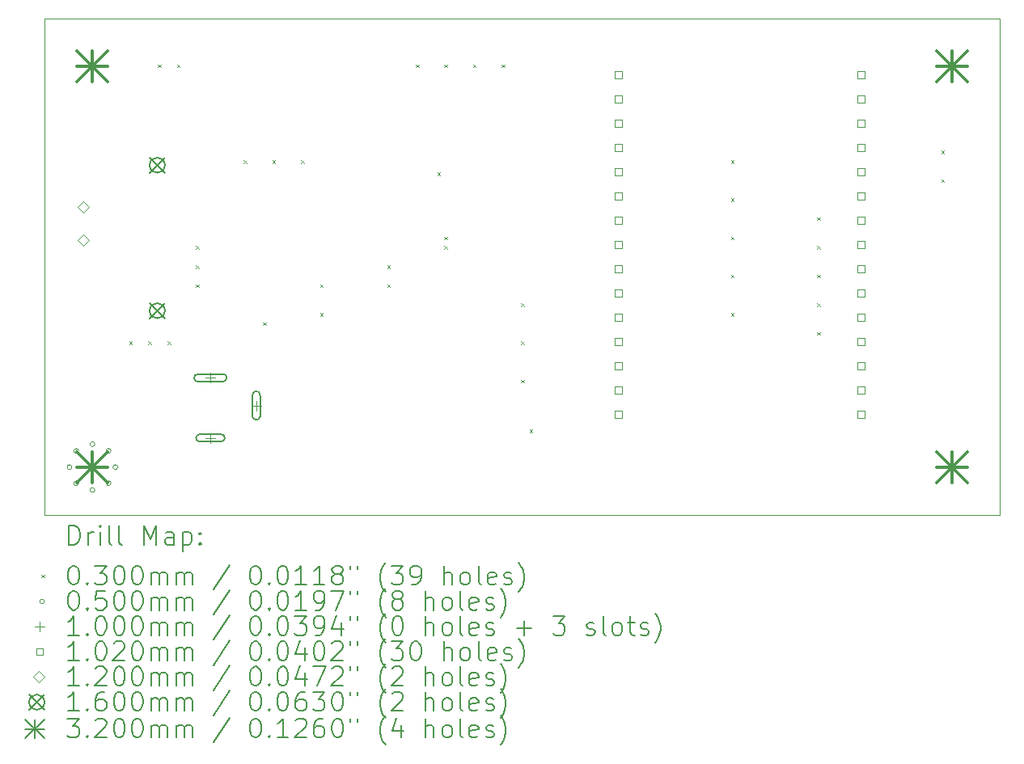
<source format=gbr>
%FSLAX45Y45*%
G04 Gerber Fmt 4.5, Leading zero omitted, Abs format (unit mm)*
G04 Created by KiCad (PCBNEW (6.0.5)) date 2022-06-11 17:52:53*
%MOMM*%
%LPD*%
G01*
G04 APERTURE LIST*
%TA.AperFunction,Profile*%
%ADD10C,0.038100*%
%TD*%
%ADD11C,0.200000*%
%ADD12C,0.030000*%
%ADD13C,0.050000*%
%ADD14C,0.100000*%
%ADD15C,0.102000*%
%ADD16C,0.120000*%
%ADD17C,0.160000*%
%ADD18C,0.320000*%
G04 APERTURE END LIST*
D10*
X7000000Y-15000000D02*
X17000000Y-15000000D01*
X17000000Y-15000000D02*
X17000000Y-9800000D01*
X17000000Y-9800000D02*
X7000000Y-9800000D01*
X7000000Y-9800000D02*
X7000000Y-15000000D01*
D11*
D12*
X7885000Y-13185000D02*
X7915000Y-13215000D01*
X7915000Y-13185000D02*
X7885000Y-13215000D01*
X8085000Y-13185000D02*
X8115000Y-13215000D01*
X8115000Y-13185000D02*
X8085000Y-13215000D01*
X8185000Y-10285000D02*
X8215000Y-10315000D01*
X8215000Y-10285000D02*
X8185000Y-10315000D01*
X8285000Y-13185000D02*
X8315000Y-13215000D01*
X8315000Y-13185000D02*
X8285000Y-13215000D01*
X8385000Y-10285000D02*
X8415000Y-10315000D01*
X8415000Y-10285000D02*
X8385000Y-10315000D01*
X8585000Y-12185000D02*
X8615000Y-12215000D01*
X8615000Y-12185000D02*
X8585000Y-12215000D01*
X8585000Y-12385000D02*
X8615000Y-12415000D01*
X8615000Y-12385000D02*
X8585000Y-12415000D01*
X8585000Y-12585000D02*
X8615000Y-12615000D01*
X8615000Y-12585000D02*
X8585000Y-12615000D01*
X9085000Y-11285000D02*
X9115000Y-11315000D01*
X9115000Y-11285000D02*
X9085000Y-11315000D01*
X9285000Y-12985000D02*
X9315000Y-13015000D01*
X9315000Y-12985000D02*
X9285000Y-13015000D01*
X9385000Y-11285000D02*
X9415000Y-11315000D01*
X9415000Y-11285000D02*
X9385000Y-11315000D01*
X9685000Y-11285000D02*
X9715000Y-11315000D01*
X9715000Y-11285000D02*
X9685000Y-11315000D01*
X9885000Y-12585000D02*
X9915000Y-12615000D01*
X9915000Y-12585000D02*
X9885000Y-12615000D01*
X9885000Y-12885000D02*
X9915000Y-12915000D01*
X9915000Y-12885000D02*
X9885000Y-12915000D01*
X10585000Y-12385000D02*
X10615000Y-12415000D01*
X10615000Y-12385000D02*
X10585000Y-12415000D01*
X10585000Y-12585000D02*
X10615000Y-12615000D01*
X10615000Y-12585000D02*
X10585000Y-12615000D01*
X10885000Y-10285000D02*
X10915000Y-10315000D01*
X10915000Y-10285000D02*
X10885000Y-10315000D01*
X11110200Y-11415000D02*
X11140200Y-11445000D01*
X11140200Y-11415000D02*
X11110200Y-11445000D01*
X11185000Y-10285000D02*
X11215000Y-10315000D01*
X11215000Y-10285000D02*
X11185000Y-10315000D01*
X11185000Y-12085000D02*
X11215000Y-12115000D01*
X11215000Y-12085000D02*
X11185000Y-12115000D01*
X11185000Y-12185000D02*
X11215000Y-12215000D01*
X11215000Y-12185000D02*
X11185000Y-12215000D01*
X11485000Y-10285000D02*
X11515000Y-10315000D01*
X11515000Y-10285000D02*
X11485000Y-10315000D01*
X11785000Y-10285000D02*
X11815000Y-10315000D01*
X11815000Y-10285000D02*
X11785000Y-10315000D01*
X11985000Y-12785000D02*
X12015000Y-12815000D01*
X12015000Y-12785000D02*
X11985000Y-12815000D01*
X11985000Y-13185000D02*
X12015000Y-13215000D01*
X12015000Y-13185000D02*
X11985000Y-13215000D01*
X11985000Y-13585000D02*
X12015000Y-13615000D01*
X12015000Y-13585000D02*
X11985000Y-13615000D01*
X12075400Y-14107400D02*
X12105400Y-14137400D01*
X12105400Y-14107400D02*
X12075400Y-14137400D01*
X14185000Y-11285000D02*
X14215000Y-11315000D01*
X14215000Y-11285000D02*
X14185000Y-11315000D01*
X14185000Y-11685000D02*
X14215000Y-11715000D01*
X14215000Y-11685000D02*
X14185000Y-11715000D01*
X14185000Y-12085000D02*
X14215000Y-12115000D01*
X14215000Y-12085000D02*
X14185000Y-12115000D01*
X14185000Y-12485000D02*
X14215000Y-12515000D01*
X14215000Y-12485000D02*
X14185000Y-12515000D01*
X14185000Y-12885000D02*
X14215000Y-12915000D01*
X14215000Y-12885000D02*
X14185000Y-12915000D01*
X15085000Y-11885000D02*
X15115000Y-11915000D01*
X15115000Y-11885000D02*
X15085000Y-11915000D01*
X15085000Y-12185000D02*
X15115000Y-12215000D01*
X15115000Y-12185000D02*
X15085000Y-12215000D01*
X15085000Y-12485000D02*
X15115000Y-12515000D01*
X15115000Y-12485000D02*
X15085000Y-12515000D01*
X15085000Y-12785000D02*
X15115000Y-12815000D01*
X15115000Y-12785000D02*
X15085000Y-12815000D01*
X15085000Y-13085000D02*
X15115000Y-13115000D01*
X15115000Y-13085000D02*
X15085000Y-13115000D01*
X16385000Y-11185000D02*
X16415000Y-11215000D01*
X16415000Y-11185000D02*
X16385000Y-11215000D01*
X16385000Y-11485000D02*
X16415000Y-11515000D01*
X16415000Y-11485000D02*
X16385000Y-11515000D01*
D13*
X7285000Y-14500000D02*
G75*
G03*
X7285000Y-14500000I-25000J0D01*
G01*
X7355294Y-14330294D02*
G75*
G03*
X7355294Y-14330294I-25000J0D01*
G01*
X7355294Y-14669706D02*
G75*
G03*
X7355294Y-14669706I-25000J0D01*
G01*
X7525000Y-14260000D02*
G75*
G03*
X7525000Y-14260000I-25000J0D01*
G01*
X7525000Y-14740000D02*
G75*
G03*
X7525000Y-14740000I-25000J0D01*
G01*
X7694706Y-14330294D02*
G75*
G03*
X7694706Y-14330294I-25000J0D01*
G01*
X7694706Y-14669706D02*
G75*
G03*
X7694706Y-14669706I-25000J0D01*
G01*
X7765000Y-14500000D02*
G75*
G03*
X7765000Y-14500000I-25000J0D01*
G01*
D14*
X8735000Y-13515000D02*
X8735000Y-13615000D01*
X8685000Y-13565000D02*
X8785000Y-13565000D01*
D11*
X8605000Y-13605000D02*
X8865000Y-13605000D01*
X8605000Y-13525000D02*
X8865000Y-13525000D01*
X8865000Y-13605000D02*
G75*
G03*
X8865000Y-13525000I0J40000D01*
G01*
X8605000Y-13525000D02*
G75*
G03*
X8605000Y-13605000I0J-40000D01*
G01*
D14*
X8735000Y-14145000D02*
X8735000Y-14245000D01*
X8685000Y-14195000D02*
X8785000Y-14195000D01*
D11*
X8625000Y-14235000D02*
X8845000Y-14235000D01*
X8625000Y-14155000D02*
X8845000Y-14155000D01*
X8845000Y-14235000D02*
G75*
G03*
X8845000Y-14155000I0J40000D01*
G01*
X8625000Y-14155000D02*
G75*
G03*
X8625000Y-14235000I0J-40000D01*
G01*
D14*
X9215000Y-13805000D02*
X9215000Y-13905000D01*
X9165000Y-13855000D02*
X9265000Y-13855000D01*
D11*
X9175000Y-13745000D02*
X9175000Y-13965000D01*
X9255000Y-13745000D02*
X9255000Y-13965000D01*
X9175000Y-13965000D02*
G75*
G03*
X9255000Y-13965000I40000J0D01*
G01*
X9255000Y-13745000D02*
G75*
G03*
X9175000Y-13745000I-40000J0D01*
G01*
D15*
X13040863Y-10426763D02*
X13040863Y-10354637D01*
X12968737Y-10354637D01*
X12968737Y-10426763D01*
X13040863Y-10426763D01*
X13040863Y-10680763D02*
X13040863Y-10608637D01*
X12968737Y-10608637D01*
X12968737Y-10680763D01*
X13040863Y-10680763D01*
X13040863Y-10934763D02*
X13040863Y-10862637D01*
X12968737Y-10862637D01*
X12968737Y-10934763D01*
X13040863Y-10934763D01*
X13040863Y-11188763D02*
X13040863Y-11116637D01*
X12968737Y-11116637D01*
X12968737Y-11188763D01*
X13040863Y-11188763D01*
X13040863Y-11442763D02*
X13040863Y-11370637D01*
X12968737Y-11370637D01*
X12968737Y-11442763D01*
X13040863Y-11442763D01*
X13040863Y-11696763D02*
X13040863Y-11624637D01*
X12968737Y-11624637D01*
X12968737Y-11696763D01*
X13040863Y-11696763D01*
X13040863Y-11950763D02*
X13040863Y-11878637D01*
X12968737Y-11878637D01*
X12968737Y-11950763D01*
X13040863Y-11950763D01*
X13040863Y-12204763D02*
X13040863Y-12132637D01*
X12968737Y-12132637D01*
X12968737Y-12204763D01*
X13040863Y-12204763D01*
X13040863Y-12458763D02*
X13040863Y-12386637D01*
X12968737Y-12386637D01*
X12968737Y-12458763D01*
X13040863Y-12458763D01*
X13040863Y-12712763D02*
X13040863Y-12640637D01*
X12968737Y-12640637D01*
X12968737Y-12712763D01*
X13040863Y-12712763D01*
X13040863Y-12966763D02*
X13040863Y-12894637D01*
X12968737Y-12894637D01*
X12968737Y-12966763D01*
X13040863Y-12966763D01*
X13040863Y-13220763D02*
X13040863Y-13148637D01*
X12968737Y-13148637D01*
X12968737Y-13220763D01*
X13040863Y-13220763D01*
X13040863Y-13474763D02*
X13040863Y-13402637D01*
X12968737Y-13402637D01*
X12968737Y-13474763D01*
X13040863Y-13474763D01*
X13040863Y-13728763D02*
X13040863Y-13656637D01*
X12968737Y-13656637D01*
X12968737Y-13728763D01*
X13040863Y-13728763D01*
X13040863Y-13982763D02*
X13040863Y-13910637D01*
X12968737Y-13910637D01*
X12968737Y-13982763D01*
X13040863Y-13982763D01*
X15580863Y-10426763D02*
X15580863Y-10354637D01*
X15508737Y-10354637D01*
X15508737Y-10426763D01*
X15580863Y-10426763D01*
X15580863Y-10680763D02*
X15580863Y-10608637D01*
X15508737Y-10608637D01*
X15508737Y-10680763D01*
X15580863Y-10680763D01*
X15580863Y-10934763D02*
X15580863Y-10862637D01*
X15508737Y-10862637D01*
X15508737Y-10934763D01*
X15580863Y-10934763D01*
X15580863Y-11188763D02*
X15580863Y-11116637D01*
X15508737Y-11116637D01*
X15508737Y-11188763D01*
X15580863Y-11188763D01*
X15580863Y-11442763D02*
X15580863Y-11370637D01*
X15508737Y-11370637D01*
X15508737Y-11442763D01*
X15580863Y-11442763D01*
X15580863Y-11696763D02*
X15580863Y-11624637D01*
X15508737Y-11624637D01*
X15508737Y-11696763D01*
X15580863Y-11696763D01*
X15580863Y-11950763D02*
X15580863Y-11878637D01*
X15508737Y-11878637D01*
X15508737Y-11950763D01*
X15580863Y-11950763D01*
X15580863Y-12204763D02*
X15580863Y-12132637D01*
X15508737Y-12132637D01*
X15508737Y-12204763D01*
X15580863Y-12204763D01*
X15580863Y-12458763D02*
X15580863Y-12386637D01*
X15508737Y-12386637D01*
X15508737Y-12458763D01*
X15580863Y-12458763D01*
X15580863Y-12712763D02*
X15580863Y-12640637D01*
X15508737Y-12640637D01*
X15508737Y-12712763D01*
X15580863Y-12712763D01*
X15580863Y-12966763D02*
X15580863Y-12894637D01*
X15508737Y-12894637D01*
X15508737Y-12966763D01*
X15580863Y-12966763D01*
X15580863Y-13220763D02*
X15580863Y-13148637D01*
X15508737Y-13148637D01*
X15508737Y-13220763D01*
X15580863Y-13220763D01*
X15580863Y-13474763D02*
X15580863Y-13402637D01*
X15508737Y-13402637D01*
X15508737Y-13474763D01*
X15580863Y-13474763D01*
X15580863Y-13728763D02*
X15580863Y-13656637D01*
X15508737Y-13656637D01*
X15508737Y-13728763D01*
X15580863Y-13728763D01*
X15580863Y-13982763D02*
X15580863Y-13910637D01*
X15508737Y-13910637D01*
X15508737Y-13982763D01*
X15580863Y-13982763D01*
D16*
X7406800Y-11832600D02*
X7466800Y-11772600D01*
X7406800Y-11712600D01*
X7346800Y-11772600D01*
X7406800Y-11832600D01*
X7406800Y-12182600D02*
X7466800Y-12122600D01*
X7406800Y-12062600D01*
X7346800Y-12122600D01*
X7406800Y-12182600D01*
D17*
X8098800Y-11258000D02*
X8258800Y-11418000D01*
X8258800Y-11258000D02*
X8098800Y-11418000D01*
X8258800Y-11338000D02*
G75*
G03*
X8258800Y-11338000I-80000J0D01*
G01*
X8098800Y-12782000D02*
X8258800Y-12942000D01*
X8258800Y-12782000D02*
X8098800Y-12942000D01*
X8258800Y-12862000D02*
G75*
G03*
X8258800Y-12862000I-80000J0D01*
G01*
D18*
X7340000Y-10140000D02*
X7660000Y-10460000D01*
X7660000Y-10140000D02*
X7340000Y-10460000D01*
X7500000Y-10140000D02*
X7500000Y-10460000D01*
X7340000Y-10300000D02*
X7660000Y-10300000D01*
X7340000Y-14340000D02*
X7660000Y-14660000D01*
X7660000Y-14340000D02*
X7340000Y-14660000D01*
X7500000Y-14340000D02*
X7500000Y-14660000D01*
X7340000Y-14500000D02*
X7660000Y-14500000D01*
X16340000Y-10140000D02*
X16660000Y-10460000D01*
X16660000Y-10140000D02*
X16340000Y-10460000D01*
X16500000Y-10140000D02*
X16500000Y-10460000D01*
X16340000Y-10300000D02*
X16660000Y-10300000D01*
X16340000Y-14340000D02*
X16660000Y-14660000D01*
X16660000Y-14340000D02*
X16340000Y-14660000D01*
X16500000Y-14340000D02*
X16500000Y-14660000D01*
X16340000Y-14500000D02*
X16660000Y-14500000D01*
D11*
X7255714Y-15312381D02*
X7255714Y-15112381D01*
X7303333Y-15112381D01*
X7331904Y-15121905D01*
X7350952Y-15140953D01*
X7360476Y-15160000D01*
X7370000Y-15198095D01*
X7370000Y-15226667D01*
X7360476Y-15264762D01*
X7350952Y-15283810D01*
X7331904Y-15302857D01*
X7303333Y-15312381D01*
X7255714Y-15312381D01*
X7455714Y-15312381D02*
X7455714Y-15179048D01*
X7455714Y-15217143D02*
X7465238Y-15198095D01*
X7474762Y-15188572D01*
X7493809Y-15179048D01*
X7512857Y-15179048D01*
X7579523Y-15312381D02*
X7579523Y-15179048D01*
X7579523Y-15112381D02*
X7570000Y-15121905D01*
X7579523Y-15131429D01*
X7589047Y-15121905D01*
X7579523Y-15112381D01*
X7579523Y-15131429D01*
X7703333Y-15312381D02*
X7684285Y-15302857D01*
X7674762Y-15283810D01*
X7674762Y-15112381D01*
X7808095Y-15312381D02*
X7789047Y-15302857D01*
X7779523Y-15283810D01*
X7779523Y-15112381D01*
X8036666Y-15312381D02*
X8036666Y-15112381D01*
X8103333Y-15255238D01*
X8170000Y-15112381D01*
X8170000Y-15312381D01*
X8350952Y-15312381D02*
X8350952Y-15207619D01*
X8341428Y-15188572D01*
X8322381Y-15179048D01*
X8284285Y-15179048D01*
X8265238Y-15188572D01*
X8350952Y-15302857D02*
X8331904Y-15312381D01*
X8284285Y-15312381D01*
X8265238Y-15302857D01*
X8255714Y-15283810D01*
X8255714Y-15264762D01*
X8265238Y-15245714D01*
X8284285Y-15236191D01*
X8331904Y-15236191D01*
X8350952Y-15226667D01*
X8446190Y-15179048D02*
X8446190Y-15379048D01*
X8446190Y-15188572D02*
X8465238Y-15179048D01*
X8503333Y-15179048D01*
X8522381Y-15188572D01*
X8531905Y-15198095D01*
X8541428Y-15217143D01*
X8541428Y-15274286D01*
X8531905Y-15293333D01*
X8522381Y-15302857D01*
X8503333Y-15312381D01*
X8465238Y-15312381D01*
X8446190Y-15302857D01*
X8627143Y-15293333D02*
X8636666Y-15302857D01*
X8627143Y-15312381D01*
X8617619Y-15302857D01*
X8627143Y-15293333D01*
X8627143Y-15312381D01*
X8627143Y-15188572D02*
X8636666Y-15198095D01*
X8627143Y-15207619D01*
X8617619Y-15198095D01*
X8627143Y-15188572D01*
X8627143Y-15207619D01*
D12*
X6968095Y-15626905D02*
X6998095Y-15656905D01*
X6998095Y-15626905D02*
X6968095Y-15656905D01*
D11*
X7293809Y-15532381D02*
X7312857Y-15532381D01*
X7331904Y-15541905D01*
X7341428Y-15551429D01*
X7350952Y-15570476D01*
X7360476Y-15608572D01*
X7360476Y-15656191D01*
X7350952Y-15694286D01*
X7341428Y-15713333D01*
X7331904Y-15722857D01*
X7312857Y-15732381D01*
X7293809Y-15732381D01*
X7274762Y-15722857D01*
X7265238Y-15713333D01*
X7255714Y-15694286D01*
X7246190Y-15656191D01*
X7246190Y-15608572D01*
X7255714Y-15570476D01*
X7265238Y-15551429D01*
X7274762Y-15541905D01*
X7293809Y-15532381D01*
X7446190Y-15713333D02*
X7455714Y-15722857D01*
X7446190Y-15732381D01*
X7436666Y-15722857D01*
X7446190Y-15713333D01*
X7446190Y-15732381D01*
X7522381Y-15532381D02*
X7646190Y-15532381D01*
X7579523Y-15608572D01*
X7608095Y-15608572D01*
X7627143Y-15618095D01*
X7636666Y-15627619D01*
X7646190Y-15646667D01*
X7646190Y-15694286D01*
X7636666Y-15713333D01*
X7627143Y-15722857D01*
X7608095Y-15732381D01*
X7550952Y-15732381D01*
X7531904Y-15722857D01*
X7522381Y-15713333D01*
X7770000Y-15532381D02*
X7789047Y-15532381D01*
X7808095Y-15541905D01*
X7817619Y-15551429D01*
X7827143Y-15570476D01*
X7836666Y-15608572D01*
X7836666Y-15656191D01*
X7827143Y-15694286D01*
X7817619Y-15713333D01*
X7808095Y-15722857D01*
X7789047Y-15732381D01*
X7770000Y-15732381D01*
X7750952Y-15722857D01*
X7741428Y-15713333D01*
X7731904Y-15694286D01*
X7722381Y-15656191D01*
X7722381Y-15608572D01*
X7731904Y-15570476D01*
X7741428Y-15551429D01*
X7750952Y-15541905D01*
X7770000Y-15532381D01*
X7960476Y-15532381D02*
X7979523Y-15532381D01*
X7998571Y-15541905D01*
X8008095Y-15551429D01*
X8017619Y-15570476D01*
X8027143Y-15608572D01*
X8027143Y-15656191D01*
X8017619Y-15694286D01*
X8008095Y-15713333D01*
X7998571Y-15722857D01*
X7979523Y-15732381D01*
X7960476Y-15732381D01*
X7941428Y-15722857D01*
X7931904Y-15713333D01*
X7922381Y-15694286D01*
X7912857Y-15656191D01*
X7912857Y-15608572D01*
X7922381Y-15570476D01*
X7931904Y-15551429D01*
X7941428Y-15541905D01*
X7960476Y-15532381D01*
X8112857Y-15732381D02*
X8112857Y-15599048D01*
X8112857Y-15618095D02*
X8122381Y-15608572D01*
X8141428Y-15599048D01*
X8170000Y-15599048D01*
X8189047Y-15608572D01*
X8198571Y-15627619D01*
X8198571Y-15732381D01*
X8198571Y-15627619D02*
X8208095Y-15608572D01*
X8227143Y-15599048D01*
X8255714Y-15599048D01*
X8274762Y-15608572D01*
X8284285Y-15627619D01*
X8284285Y-15732381D01*
X8379523Y-15732381D02*
X8379523Y-15599048D01*
X8379523Y-15618095D02*
X8389047Y-15608572D01*
X8408095Y-15599048D01*
X8436666Y-15599048D01*
X8455714Y-15608572D01*
X8465238Y-15627619D01*
X8465238Y-15732381D01*
X8465238Y-15627619D02*
X8474762Y-15608572D01*
X8493809Y-15599048D01*
X8522381Y-15599048D01*
X8541428Y-15608572D01*
X8550952Y-15627619D01*
X8550952Y-15732381D01*
X8941428Y-15522857D02*
X8770000Y-15780000D01*
X9198571Y-15532381D02*
X9217619Y-15532381D01*
X9236666Y-15541905D01*
X9246190Y-15551429D01*
X9255714Y-15570476D01*
X9265238Y-15608572D01*
X9265238Y-15656191D01*
X9255714Y-15694286D01*
X9246190Y-15713333D01*
X9236666Y-15722857D01*
X9217619Y-15732381D01*
X9198571Y-15732381D01*
X9179524Y-15722857D01*
X9170000Y-15713333D01*
X9160476Y-15694286D01*
X9150952Y-15656191D01*
X9150952Y-15608572D01*
X9160476Y-15570476D01*
X9170000Y-15551429D01*
X9179524Y-15541905D01*
X9198571Y-15532381D01*
X9350952Y-15713333D02*
X9360476Y-15722857D01*
X9350952Y-15732381D01*
X9341428Y-15722857D01*
X9350952Y-15713333D01*
X9350952Y-15732381D01*
X9484285Y-15532381D02*
X9503333Y-15532381D01*
X9522381Y-15541905D01*
X9531905Y-15551429D01*
X9541428Y-15570476D01*
X9550952Y-15608572D01*
X9550952Y-15656191D01*
X9541428Y-15694286D01*
X9531905Y-15713333D01*
X9522381Y-15722857D01*
X9503333Y-15732381D01*
X9484285Y-15732381D01*
X9465238Y-15722857D01*
X9455714Y-15713333D01*
X9446190Y-15694286D01*
X9436666Y-15656191D01*
X9436666Y-15608572D01*
X9446190Y-15570476D01*
X9455714Y-15551429D01*
X9465238Y-15541905D01*
X9484285Y-15532381D01*
X9741428Y-15732381D02*
X9627143Y-15732381D01*
X9684285Y-15732381D02*
X9684285Y-15532381D01*
X9665238Y-15560953D01*
X9646190Y-15580000D01*
X9627143Y-15589524D01*
X9931905Y-15732381D02*
X9817619Y-15732381D01*
X9874762Y-15732381D02*
X9874762Y-15532381D01*
X9855714Y-15560953D01*
X9836666Y-15580000D01*
X9817619Y-15589524D01*
X10046190Y-15618095D02*
X10027143Y-15608572D01*
X10017619Y-15599048D01*
X10008095Y-15580000D01*
X10008095Y-15570476D01*
X10017619Y-15551429D01*
X10027143Y-15541905D01*
X10046190Y-15532381D01*
X10084285Y-15532381D01*
X10103333Y-15541905D01*
X10112857Y-15551429D01*
X10122381Y-15570476D01*
X10122381Y-15580000D01*
X10112857Y-15599048D01*
X10103333Y-15608572D01*
X10084285Y-15618095D01*
X10046190Y-15618095D01*
X10027143Y-15627619D01*
X10017619Y-15637143D01*
X10008095Y-15656191D01*
X10008095Y-15694286D01*
X10017619Y-15713333D01*
X10027143Y-15722857D01*
X10046190Y-15732381D01*
X10084285Y-15732381D01*
X10103333Y-15722857D01*
X10112857Y-15713333D01*
X10122381Y-15694286D01*
X10122381Y-15656191D01*
X10112857Y-15637143D01*
X10103333Y-15627619D01*
X10084285Y-15618095D01*
X10198571Y-15532381D02*
X10198571Y-15570476D01*
X10274762Y-15532381D02*
X10274762Y-15570476D01*
X10570000Y-15808572D02*
X10560476Y-15799048D01*
X10541428Y-15770476D01*
X10531905Y-15751429D01*
X10522381Y-15722857D01*
X10512857Y-15675238D01*
X10512857Y-15637143D01*
X10522381Y-15589524D01*
X10531905Y-15560953D01*
X10541428Y-15541905D01*
X10560476Y-15513333D01*
X10570000Y-15503810D01*
X10627143Y-15532381D02*
X10750952Y-15532381D01*
X10684285Y-15608572D01*
X10712857Y-15608572D01*
X10731905Y-15618095D01*
X10741428Y-15627619D01*
X10750952Y-15646667D01*
X10750952Y-15694286D01*
X10741428Y-15713333D01*
X10731905Y-15722857D01*
X10712857Y-15732381D01*
X10655714Y-15732381D01*
X10636666Y-15722857D01*
X10627143Y-15713333D01*
X10846190Y-15732381D02*
X10884285Y-15732381D01*
X10903333Y-15722857D01*
X10912857Y-15713333D01*
X10931905Y-15684762D01*
X10941428Y-15646667D01*
X10941428Y-15570476D01*
X10931905Y-15551429D01*
X10922381Y-15541905D01*
X10903333Y-15532381D01*
X10865238Y-15532381D01*
X10846190Y-15541905D01*
X10836666Y-15551429D01*
X10827143Y-15570476D01*
X10827143Y-15618095D01*
X10836666Y-15637143D01*
X10846190Y-15646667D01*
X10865238Y-15656191D01*
X10903333Y-15656191D01*
X10922381Y-15646667D01*
X10931905Y-15637143D01*
X10941428Y-15618095D01*
X11179524Y-15732381D02*
X11179524Y-15532381D01*
X11265238Y-15732381D02*
X11265238Y-15627619D01*
X11255714Y-15608572D01*
X11236666Y-15599048D01*
X11208095Y-15599048D01*
X11189047Y-15608572D01*
X11179524Y-15618095D01*
X11389047Y-15732381D02*
X11370000Y-15722857D01*
X11360476Y-15713333D01*
X11350952Y-15694286D01*
X11350952Y-15637143D01*
X11360476Y-15618095D01*
X11370000Y-15608572D01*
X11389047Y-15599048D01*
X11417619Y-15599048D01*
X11436666Y-15608572D01*
X11446190Y-15618095D01*
X11455714Y-15637143D01*
X11455714Y-15694286D01*
X11446190Y-15713333D01*
X11436666Y-15722857D01*
X11417619Y-15732381D01*
X11389047Y-15732381D01*
X11570000Y-15732381D02*
X11550952Y-15722857D01*
X11541428Y-15703810D01*
X11541428Y-15532381D01*
X11722381Y-15722857D02*
X11703333Y-15732381D01*
X11665238Y-15732381D01*
X11646190Y-15722857D01*
X11636666Y-15703810D01*
X11636666Y-15627619D01*
X11646190Y-15608572D01*
X11665238Y-15599048D01*
X11703333Y-15599048D01*
X11722381Y-15608572D01*
X11731904Y-15627619D01*
X11731904Y-15646667D01*
X11636666Y-15665714D01*
X11808095Y-15722857D02*
X11827143Y-15732381D01*
X11865238Y-15732381D01*
X11884285Y-15722857D01*
X11893809Y-15703810D01*
X11893809Y-15694286D01*
X11884285Y-15675238D01*
X11865238Y-15665714D01*
X11836666Y-15665714D01*
X11817619Y-15656191D01*
X11808095Y-15637143D01*
X11808095Y-15627619D01*
X11817619Y-15608572D01*
X11836666Y-15599048D01*
X11865238Y-15599048D01*
X11884285Y-15608572D01*
X11960476Y-15808572D02*
X11970000Y-15799048D01*
X11989047Y-15770476D01*
X11998571Y-15751429D01*
X12008095Y-15722857D01*
X12017619Y-15675238D01*
X12017619Y-15637143D01*
X12008095Y-15589524D01*
X11998571Y-15560953D01*
X11989047Y-15541905D01*
X11970000Y-15513333D01*
X11960476Y-15503810D01*
D13*
X6998095Y-15905905D02*
G75*
G03*
X6998095Y-15905905I-25000J0D01*
G01*
D11*
X7293809Y-15796381D02*
X7312857Y-15796381D01*
X7331904Y-15805905D01*
X7341428Y-15815429D01*
X7350952Y-15834476D01*
X7360476Y-15872572D01*
X7360476Y-15920191D01*
X7350952Y-15958286D01*
X7341428Y-15977333D01*
X7331904Y-15986857D01*
X7312857Y-15996381D01*
X7293809Y-15996381D01*
X7274762Y-15986857D01*
X7265238Y-15977333D01*
X7255714Y-15958286D01*
X7246190Y-15920191D01*
X7246190Y-15872572D01*
X7255714Y-15834476D01*
X7265238Y-15815429D01*
X7274762Y-15805905D01*
X7293809Y-15796381D01*
X7446190Y-15977333D02*
X7455714Y-15986857D01*
X7446190Y-15996381D01*
X7436666Y-15986857D01*
X7446190Y-15977333D01*
X7446190Y-15996381D01*
X7636666Y-15796381D02*
X7541428Y-15796381D01*
X7531904Y-15891619D01*
X7541428Y-15882095D01*
X7560476Y-15872572D01*
X7608095Y-15872572D01*
X7627143Y-15882095D01*
X7636666Y-15891619D01*
X7646190Y-15910667D01*
X7646190Y-15958286D01*
X7636666Y-15977333D01*
X7627143Y-15986857D01*
X7608095Y-15996381D01*
X7560476Y-15996381D01*
X7541428Y-15986857D01*
X7531904Y-15977333D01*
X7770000Y-15796381D02*
X7789047Y-15796381D01*
X7808095Y-15805905D01*
X7817619Y-15815429D01*
X7827143Y-15834476D01*
X7836666Y-15872572D01*
X7836666Y-15920191D01*
X7827143Y-15958286D01*
X7817619Y-15977333D01*
X7808095Y-15986857D01*
X7789047Y-15996381D01*
X7770000Y-15996381D01*
X7750952Y-15986857D01*
X7741428Y-15977333D01*
X7731904Y-15958286D01*
X7722381Y-15920191D01*
X7722381Y-15872572D01*
X7731904Y-15834476D01*
X7741428Y-15815429D01*
X7750952Y-15805905D01*
X7770000Y-15796381D01*
X7960476Y-15796381D02*
X7979523Y-15796381D01*
X7998571Y-15805905D01*
X8008095Y-15815429D01*
X8017619Y-15834476D01*
X8027143Y-15872572D01*
X8027143Y-15920191D01*
X8017619Y-15958286D01*
X8008095Y-15977333D01*
X7998571Y-15986857D01*
X7979523Y-15996381D01*
X7960476Y-15996381D01*
X7941428Y-15986857D01*
X7931904Y-15977333D01*
X7922381Y-15958286D01*
X7912857Y-15920191D01*
X7912857Y-15872572D01*
X7922381Y-15834476D01*
X7931904Y-15815429D01*
X7941428Y-15805905D01*
X7960476Y-15796381D01*
X8112857Y-15996381D02*
X8112857Y-15863048D01*
X8112857Y-15882095D02*
X8122381Y-15872572D01*
X8141428Y-15863048D01*
X8170000Y-15863048D01*
X8189047Y-15872572D01*
X8198571Y-15891619D01*
X8198571Y-15996381D01*
X8198571Y-15891619D02*
X8208095Y-15872572D01*
X8227143Y-15863048D01*
X8255714Y-15863048D01*
X8274762Y-15872572D01*
X8284285Y-15891619D01*
X8284285Y-15996381D01*
X8379523Y-15996381D02*
X8379523Y-15863048D01*
X8379523Y-15882095D02*
X8389047Y-15872572D01*
X8408095Y-15863048D01*
X8436666Y-15863048D01*
X8455714Y-15872572D01*
X8465238Y-15891619D01*
X8465238Y-15996381D01*
X8465238Y-15891619D02*
X8474762Y-15872572D01*
X8493809Y-15863048D01*
X8522381Y-15863048D01*
X8541428Y-15872572D01*
X8550952Y-15891619D01*
X8550952Y-15996381D01*
X8941428Y-15786857D02*
X8770000Y-16044000D01*
X9198571Y-15796381D02*
X9217619Y-15796381D01*
X9236666Y-15805905D01*
X9246190Y-15815429D01*
X9255714Y-15834476D01*
X9265238Y-15872572D01*
X9265238Y-15920191D01*
X9255714Y-15958286D01*
X9246190Y-15977333D01*
X9236666Y-15986857D01*
X9217619Y-15996381D01*
X9198571Y-15996381D01*
X9179524Y-15986857D01*
X9170000Y-15977333D01*
X9160476Y-15958286D01*
X9150952Y-15920191D01*
X9150952Y-15872572D01*
X9160476Y-15834476D01*
X9170000Y-15815429D01*
X9179524Y-15805905D01*
X9198571Y-15796381D01*
X9350952Y-15977333D02*
X9360476Y-15986857D01*
X9350952Y-15996381D01*
X9341428Y-15986857D01*
X9350952Y-15977333D01*
X9350952Y-15996381D01*
X9484285Y-15796381D02*
X9503333Y-15796381D01*
X9522381Y-15805905D01*
X9531905Y-15815429D01*
X9541428Y-15834476D01*
X9550952Y-15872572D01*
X9550952Y-15920191D01*
X9541428Y-15958286D01*
X9531905Y-15977333D01*
X9522381Y-15986857D01*
X9503333Y-15996381D01*
X9484285Y-15996381D01*
X9465238Y-15986857D01*
X9455714Y-15977333D01*
X9446190Y-15958286D01*
X9436666Y-15920191D01*
X9436666Y-15872572D01*
X9446190Y-15834476D01*
X9455714Y-15815429D01*
X9465238Y-15805905D01*
X9484285Y-15796381D01*
X9741428Y-15996381D02*
X9627143Y-15996381D01*
X9684285Y-15996381D02*
X9684285Y-15796381D01*
X9665238Y-15824953D01*
X9646190Y-15844000D01*
X9627143Y-15853524D01*
X9836666Y-15996381D02*
X9874762Y-15996381D01*
X9893809Y-15986857D01*
X9903333Y-15977333D01*
X9922381Y-15948762D01*
X9931905Y-15910667D01*
X9931905Y-15834476D01*
X9922381Y-15815429D01*
X9912857Y-15805905D01*
X9893809Y-15796381D01*
X9855714Y-15796381D01*
X9836666Y-15805905D01*
X9827143Y-15815429D01*
X9817619Y-15834476D01*
X9817619Y-15882095D01*
X9827143Y-15901143D01*
X9836666Y-15910667D01*
X9855714Y-15920191D01*
X9893809Y-15920191D01*
X9912857Y-15910667D01*
X9922381Y-15901143D01*
X9931905Y-15882095D01*
X9998571Y-15796381D02*
X10131905Y-15796381D01*
X10046190Y-15996381D01*
X10198571Y-15796381D02*
X10198571Y-15834476D01*
X10274762Y-15796381D02*
X10274762Y-15834476D01*
X10570000Y-16072572D02*
X10560476Y-16063048D01*
X10541428Y-16034476D01*
X10531905Y-16015429D01*
X10522381Y-15986857D01*
X10512857Y-15939238D01*
X10512857Y-15901143D01*
X10522381Y-15853524D01*
X10531905Y-15824953D01*
X10541428Y-15805905D01*
X10560476Y-15777333D01*
X10570000Y-15767810D01*
X10674762Y-15882095D02*
X10655714Y-15872572D01*
X10646190Y-15863048D01*
X10636666Y-15844000D01*
X10636666Y-15834476D01*
X10646190Y-15815429D01*
X10655714Y-15805905D01*
X10674762Y-15796381D01*
X10712857Y-15796381D01*
X10731905Y-15805905D01*
X10741428Y-15815429D01*
X10750952Y-15834476D01*
X10750952Y-15844000D01*
X10741428Y-15863048D01*
X10731905Y-15872572D01*
X10712857Y-15882095D01*
X10674762Y-15882095D01*
X10655714Y-15891619D01*
X10646190Y-15901143D01*
X10636666Y-15920191D01*
X10636666Y-15958286D01*
X10646190Y-15977333D01*
X10655714Y-15986857D01*
X10674762Y-15996381D01*
X10712857Y-15996381D01*
X10731905Y-15986857D01*
X10741428Y-15977333D01*
X10750952Y-15958286D01*
X10750952Y-15920191D01*
X10741428Y-15901143D01*
X10731905Y-15891619D01*
X10712857Y-15882095D01*
X10989047Y-15996381D02*
X10989047Y-15796381D01*
X11074762Y-15996381D02*
X11074762Y-15891619D01*
X11065238Y-15872572D01*
X11046190Y-15863048D01*
X11017619Y-15863048D01*
X10998571Y-15872572D01*
X10989047Y-15882095D01*
X11198571Y-15996381D02*
X11179524Y-15986857D01*
X11170000Y-15977333D01*
X11160476Y-15958286D01*
X11160476Y-15901143D01*
X11170000Y-15882095D01*
X11179524Y-15872572D01*
X11198571Y-15863048D01*
X11227143Y-15863048D01*
X11246190Y-15872572D01*
X11255714Y-15882095D01*
X11265238Y-15901143D01*
X11265238Y-15958286D01*
X11255714Y-15977333D01*
X11246190Y-15986857D01*
X11227143Y-15996381D01*
X11198571Y-15996381D01*
X11379523Y-15996381D02*
X11360476Y-15986857D01*
X11350952Y-15967810D01*
X11350952Y-15796381D01*
X11531904Y-15986857D02*
X11512857Y-15996381D01*
X11474762Y-15996381D01*
X11455714Y-15986857D01*
X11446190Y-15967810D01*
X11446190Y-15891619D01*
X11455714Y-15872572D01*
X11474762Y-15863048D01*
X11512857Y-15863048D01*
X11531904Y-15872572D01*
X11541428Y-15891619D01*
X11541428Y-15910667D01*
X11446190Y-15929714D01*
X11617619Y-15986857D02*
X11636666Y-15996381D01*
X11674762Y-15996381D01*
X11693809Y-15986857D01*
X11703333Y-15967810D01*
X11703333Y-15958286D01*
X11693809Y-15939238D01*
X11674762Y-15929714D01*
X11646190Y-15929714D01*
X11627143Y-15920191D01*
X11617619Y-15901143D01*
X11617619Y-15891619D01*
X11627143Y-15872572D01*
X11646190Y-15863048D01*
X11674762Y-15863048D01*
X11693809Y-15872572D01*
X11770000Y-16072572D02*
X11779523Y-16063048D01*
X11798571Y-16034476D01*
X11808095Y-16015429D01*
X11817619Y-15986857D01*
X11827143Y-15939238D01*
X11827143Y-15901143D01*
X11817619Y-15853524D01*
X11808095Y-15824953D01*
X11798571Y-15805905D01*
X11779523Y-15777333D01*
X11770000Y-15767810D01*
D14*
X6948095Y-16119905D02*
X6948095Y-16219905D01*
X6898095Y-16169905D02*
X6998095Y-16169905D01*
D11*
X7360476Y-16260381D02*
X7246190Y-16260381D01*
X7303333Y-16260381D02*
X7303333Y-16060381D01*
X7284285Y-16088953D01*
X7265238Y-16108000D01*
X7246190Y-16117524D01*
X7446190Y-16241333D02*
X7455714Y-16250857D01*
X7446190Y-16260381D01*
X7436666Y-16250857D01*
X7446190Y-16241333D01*
X7446190Y-16260381D01*
X7579523Y-16060381D02*
X7598571Y-16060381D01*
X7617619Y-16069905D01*
X7627143Y-16079429D01*
X7636666Y-16098476D01*
X7646190Y-16136572D01*
X7646190Y-16184191D01*
X7636666Y-16222286D01*
X7627143Y-16241333D01*
X7617619Y-16250857D01*
X7598571Y-16260381D01*
X7579523Y-16260381D01*
X7560476Y-16250857D01*
X7550952Y-16241333D01*
X7541428Y-16222286D01*
X7531904Y-16184191D01*
X7531904Y-16136572D01*
X7541428Y-16098476D01*
X7550952Y-16079429D01*
X7560476Y-16069905D01*
X7579523Y-16060381D01*
X7770000Y-16060381D02*
X7789047Y-16060381D01*
X7808095Y-16069905D01*
X7817619Y-16079429D01*
X7827143Y-16098476D01*
X7836666Y-16136572D01*
X7836666Y-16184191D01*
X7827143Y-16222286D01*
X7817619Y-16241333D01*
X7808095Y-16250857D01*
X7789047Y-16260381D01*
X7770000Y-16260381D01*
X7750952Y-16250857D01*
X7741428Y-16241333D01*
X7731904Y-16222286D01*
X7722381Y-16184191D01*
X7722381Y-16136572D01*
X7731904Y-16098476D01*
X7741428Y-16079429D01*
X7750952Y-16069905D01*
X7770000Y-16060381D01*
X7960476Y-16060381D02*
X7979523Y-16060381D01*
X7998571Y-16069905D01*
X8008095Y-16079429D01*
X8017619Y-16098476D01*
X8027143Y-16136572D01*
X8027143Y-16184191D01*
X8017619Y-16222286D01*
X8008095Y-16241333D01*
X7998571Y-16250857D01*
X7979523Y-16260381D01*
X7960476Y-16260381D01*
X7941428Y-16250857D01*
X7931904Y-16241333D01*
X7922381Y-16222286D01*
X7912857Y-16184191D01*
X7912857Y-16136572D01*
X7922381Y-16098476D01*
X7931904Y-16079429D01*
X7941428Y-16069905D01*
X7960476Y-16060381D01*
X8112857Y-16260381D02*
X8112857Y-16127048D01*
X8112857Y-16146095D02*
X8122381Y-16136572D01*
X8141428Y-16127048D01*
X8170000Y-16127048D01*
X8189047Y-16136572D01*
X8198571Y-16155619D01*
X8198571Y-16260381D01*
X8198571Y-16155619D02*
X8208095Y-16136572D01*
X8227143Y-16127048D01*
X8255714Y-16127048D01*
X8274762Y-16136572D01*
X8284285Y-16155619D01*
X8284285Y-16260381D01*
X8379523Y-16260381D02*
X8379523Y-16127048D01*
X8379523Y-16146095D02*
X8389047Y-16136572D01*
X8408095Y-16127048D01*
X8436666Y-16127048D01*
X8455714Y-16136572D01*
X8465238Y-16155619D01*
X8465238Y-16260381D01*
X8465238Y-16155619D02*
X8474762Y-16136572D01*
X8493809Y-16127048D01*
X8522381Y-16127048D01*
X8541428Y-16136572D01*
X8550952Y-16155619D01*
X8550952Y-16260381D01*
X8941428Y-16050857D02*
X8770000Y-16308000D01*
X9198571Y-16060381D02*
X9217619Y-16060381D01*
X9236666Y-16069905D01*
X9246190Y-16079429D01*
X9255714Y-16098476D01*
X9265238Y-16136572D01*
X9265238Y-16184191D01*
X9255714Y-16222286D01*
X9246190Y-16241333D01*
X9236666Y-16250857D01*
X9217619Y-16260381D01*
X9198571Y-16260381D01*
X9179524Y-16250857D01*
X9170000Y-16241333D01*
X9160476Y-16222286D01*
X9150952Y-16184191D01*
X9150952Y-16136572D01*
X9160476Y-16098476D01*
X9170000Y-16079429D01*
X9179524Y-16069905D01*
X9198571Y-16060381D01*
X9350952Y-16241333D02*
X9360476Y-16250857D01*
X9350952Y-16260381D01*
X9341428Y-16250857D01*
X9350952Y-16241333D01*
X9350952Y-16260381D01*
X9484285Y-16060381D02*
X9503333Y-16060381D01*
X9522381Y-16069905D01*
X9531905Y-16079429D01*
X9541428Y-16098476D01*
X9550952Y-16136572D01*
X9550952Y-16184191D01*
X9541428Y-16222286D01*
X9531905Y-16241333D01*
X9522381Y-16250857D01*
X9503333Y-16260381D01*
X9484285Y-16260381D01*
X9465238Y-16250857D01*
X9455714Y-16241333D01*
X9446190Y-16222286D01*
X9436666Y-16184191D01*
X9436666Y-16136572D01*
X9446190Y-16098476D01*
X9455714Y-16079429D01*
X9465238Y-16069905D01*
X9484285Y-16060381D01*
X9617619Y-16060381D02*
X9741428Y-16060381D01*
X9674762Y-16136572D01*
X9703333Y-16136572D01*
X9722381Y-16146095D01*
X9731905Y-16155619D01*
X9741428Y-16174667D01*
X9741428Y-16222286D01*
X9731905Y-16241333D01*
X9722381Y-16250857D01*
X9703333Y-16260381D01*
X9646190Y-16260381D01*
X9627143Y-16250857D01*
X9617619Y-16241333D01*
X9836666Y-16260381D02*
X9874762Y-16260381D01*
X9893809Y-16250857D01*
X9903333Y-16241333D01*
X9922381Y-16212762D01*
X9931905Y-16174667D01*
X9931905Y-16098476D01*
X9922381Y-16079429D01*
X9912857Y-16069905D01*
X9893809Y-16060381D01*
X9855714Y-16060381D01*
X9836666Y-16069905D01*
X9827143Y-16079429D01*
X9817619Y-16098476D01*
X9817619Y-16146095D01*
X9827143Y-16165143D01*
X9836666Y-16174667D01*
X9855714Y-16184191D01*
X9893809Y-16184191D01*
X9912857Y-16174667D01*
X9922381Y-16165143D01*
X9931905Y-16146095D01*
X10103333Y-16127048D02*
X10103333Y-16260381D01*
X10055714Y-16050857D02*
X10008095Y-16193714D01*
X10131905Y-16193714D01*
X10198571Y-16060381D02*
X10198571Y-16098476D01*
X10274762Y-16060381D02*
X10274762Y-16098476D01*
X10570000Y-16336572D02*
X10560476Y-16327048D01*
X10541428Y-16298476D01*
X10531905Y-16279429D01*
X10522381Y-16250857D01*
X10512857Y-16203238D01*
X10512857Y-16165143D01*
X10522381Y-16117524D01*
X10531905Y-16088953D01*
X10541428Y-16069905D01*
X10560476Y-16041333D01*
X10570000Y-16031810D01*
X10684285Y-16060381D02*
X10703333Y-16060381D01*
X10722381Y-16069905D01*
X10731905Y-16079429D01*
X10741428Y-16098476D01*
X10750952Y-16136572D01*
X10750952Y-16184191D01*
X10741428Y-16222286D01*
X10731905Y-16241333D01*
X10722381Y-16250857D01*
X10703333Y-16260381D01*
X10684285Y-16260381D01*
X10665238Y-16250857D01*
X10655714Y-16241333D01*
X10646190Y-16222286D01*
X10636666Y-16184191D01*
X10636666Y-16136572D01*
X10646190Y-16098476D01*
X10655714Y-16079429D01*
X10665238Y-16069905D01*
X10684285Y-16060381D01*
X10989047Y-16260381D02*
X10989047Y-16060381D01*
X11074762Y-16260381D02*
X11074762Y-16155619D01*
X11065238Y-16136572D01*
X11046190Y-16127048D01*
X11017619Y-16127048D01*
X10998571Y-16136572D01*
X10989047Y-16146095D01*
X11198571Y-16260381D02*
X11179524Y-16250857D01*
X11170000Y-16241333D01*
X11160476Y-16222286D01*
X11160476Y-16165143D01*
X11170000Y-16146095D01*
X11179524Y-16136572D01*
X11198571Y-16127048D01*
X11227143Y-16127048D01*
X11246190Y-16136572D01*
X11255714Y-16146095D01*
X11265238Y-16165143D01*
X11265238Y-16222286D01*
X11255714Y-16241333D01*
X11246190Y-16250857D01*
X11227143Y-16260381D01*
X11198571Y-16260381D01*
X11379523Y-16260381D02*
X11360476Y-16250857D01*
X11350952Y-16231810D01*
X11350952Y-16060381D01*
X11531904Y-16250857D02*
X11512857Y-16260381D01*
X11474762Y-16260381D01*
X11455714Y-16250857D01*
X11446190Y-16231810D01*
X11446190Y-16155619D01*
X11455714Y-16136572D01*
X11474762Y-16127048D01*
X11512857Y-16127048D01*
X11531904Y-16136572D01*
X11541428Y-16155619D01*
X11541428Y-16174667D01*
X11446190Y-16193714D01*
X11617619Y-16250857D02*
X11636666Y-16260381D01*
X11674762Y-16260381D01*
X11693809Y-16250857D01*
X11703333Y-16231810D01*
X11703333Y-16222286D01*
X11693809Y-16203238D01*
X11674762Y-16193714D01*
X11646190Y-16193714D01*
X11627143Y-16184191D01*
X11617619Y-16165143D01*
X11617619Y-16155619D01*
X11627143Y-16136572D01*
X11646190Y-16127048D01*
X11674762Y-16127048D01*
X11693809Y-16136572D01*
X11941428Y-16184191D02*
X12093809Y-16184191D01*
X12017619Y-16260381D02*
X12017619Y-16108000D01*
X12322381Y-16060381D02*
X12446190Y-16060381D01*
X12379523Y-16136572D01*
X12408095Y-16136572D01*
X12427143Y-16146095D01*
X12436666Y-16155619D01*
X12446190Y-16174667D01*
X12446190Y-16222286D01*
X12436666Y-16241333D01*
X12427143Y-16250857D01*
X12408095Y-16260381D01*
X12350952Y-16260381D01*
X12331904Y-16250857D01*
X12322381Y-16241333D01*
X12674762Y-16250857D02*
X12693809Y-16260381D01*
X12731904Y-16260381D01*
X12750952Y-16250857D01*
X12760476Y-16231810D01*
X12760476Y-16222286D01*
X12750952Y-16203238D01*
X12731904Y-16193714D01*
X12703333Y-16193714D01*
X12684285Y-16184191D01*
X12674762Y-16165143D01*
X12674762Y-16155619D01*
X12684285Y-16136572D01*
X12703333Y-16127048D01*
X12731904Y-16127048D01*
X12750952Y-16136572D01*
X12874762Y-16260381D02*
X12855714Y-16250857D01*
X12846190Y-16231810D01*
X12846190Y-16060381D01*
X12979523Y-16260381D02*
X12960476Y-16250857D01*
X12950952Y-16241333D01*
X12941428Y-16222286D01*
X12941428Y-16165143D01*
X12950952Y-16146095D01*
X12960476Y-16136572D01*
X12979523Y-16127048D01*
X13008095Y-16127048D01*
X13027143Y-16136572D01*
X13036666Y-16146095D01*
X13046190Y-16165143D01*
X13046190Y-16222286D01*
X13036666Y-16241333D01*
X13027143Y-16250857D01*
X13008095Y-16260381D01*
X12979523Y-16260381D01*
X13103333Y-16127048D02*
X13179523Y-16127048D01*
X13131904Y-16060381D02*
X13131904Y-16231810D01*
X13141428Y-16250857D01*
X13160476Y-16260381D01*
X13179523Y-16260381D01*
X13236666Y-16250857D02*
X13255714Y-16260381D01*
X13293809Y-16260381D01*
X13312857Y-16250857D01*
X13322381Y-16231810D01*
X13322381Y-16222286D01*
X13312857Y-16203238D01*
X13293809Y-16193714D01*
X13265238Y-16193714D01*
X13246190Y-16184191D01*
X13236666Y-16165143D01*
X13236666Y-16155619D01*
X13246190Y-16136572D01*
X13265238Y-16127048D01*
X13293809Y-16127048D01*
X13312857Y-16136572D01*
X13389047Y-16336572D02*
X13398571Y-16327048D01*
X13417619Y-16298476D01*
X13427143Y-16279429D01*
X13436666Y-16250857D01*
X13446190Y-16203238D01*
X13446190Y-16165143D01*
X13436666Y-16117524D01*
X13427143Y-16088953D01*
X13417619Y-16069905D01*
X13398571Y-16041333D01*
X13389047Y-16031810D01*
D15*
X6983158Y-16469968D02*
X6983158Y-16397842D01*
X6911032Y-16397842D01*
X6911032Y-16469968D01*
X6983158Y-16469968D01*
D11*
X7360476Y-16524381D02*
X7246190Y-16524381D01*
X7303333Y-16524381D02*
X7303333Y-16324381D01*
X7284285Y-16352953D01*
X7265238Y-16372000D01*
X7246190Y-16381524D01*
X7446190Y-16505333D02*
X7455714Y-16514857D01*
X7446190Y-16524381D01*
X7436666Y-16514857D01*
X7446190Y-16505333D01*
X7446190Y-16524381D01*
X7579523Y-16324381D02*
X7598571Y-16324381D01*
X7617619Y-16333905D01*
X7627143Y-16343429D01*
X7636666Y-16362476D01*
X7646190Y-16400572D01*
X7646190Y-16448191D01*
X7636666Y-16486286D01*
X7627143Y-16505333D01*
X7617619Y-16514857D01*
X7598571Y-16524381D01*
X7579523Y-16524381D01*
X7560476Y-16514857D01*
X7550952Y-16505333D01*
X7541428Y-16486286D01*
X7531904Y-16448191D01*
X7531904Y-16400572D01*
X7541428Y-16362476D01*
X7550952Y-16343429D01*
X7560476Y-16333905D01*
X7579523Y-16324381D01*
X7722381Y-16343429D02*
X7731904Y-16333905D01*
X7750952Y-16324381D01*
X7798571Y-16324381D01*
X7817619Y-16333905D01*
X7827143Y-16343429D01*
X7836666Y-16362476D01*
X7836666Y-16381524D01*
X7827143Y-16410095D01*
X7712857Y-16524381D01*
X7836666Y-16524381D01*
X7960476Y-16324381D02*
X7979523Y-16324381D01*
X7998571Y-16333905D01*
X8008095Y-16343429D01*
X8017619Y-16362476D01*
X8027143Y-16400572D01*
X8027143Y-16448191D01*
X8017619Y-16486286D01*
X8008095Y-16505333D01*
X7998571Y-16514857D01*
X7979523Y-16524381D01*
X7960476Y-16524381D01*
X7941428Y-16514857D01*
X7931904Y-16505333D01*
X7922381Y-16486286D01*
X7912857Y-16448191D01*
X7912857Y-16400572D01*
X7922381Y-16362476D01*
X7931904Y-16343429D01*
X7941428Y-16333905D01*
X7960476Y-16324381D01*
X8112857Y-16524381D02*
X8112857Y-16391048D01*
X8112857Y-16410095D02*
X8122381Y-16400572D01*
X8141428Y-16391048D01*
X8170000Y-16391048D01*
X8189047Y-16400572D01*
X8198571Y-16419619D01*
X8198571Y-16524381D01*
X8198571Y-16419619D02*
X8208095Y-16400572D01*
X8227143Y-16391048D01*
X8255714Y-16391048D01*
X8274762Y-16400572D01*
X8284285Y-16419619D01*
X8284285Y-16524381D01*
X8379523Y-16524381D02*
X8379523Y-16391048D01*
X8379523Y-16410095D02*
X8389047Y-16400572D01*
X8408095Y-16391048D01*
X8436666Y-16391048D01*
X8455714Y-16400572D01*
X8465238Y-16419619D01*
X8465238Y-16524381D01*
X8465238Y-16419619D02*
X8474762Y-16400572D01*
X8493809Y-16391048D01*
X8522381Y-16391048D01*
X8541428Y-16400572D01*
X8550952Y-16419619D01*
X8550952Y-16524381D01*
X8941428Y-16314857D02*
X8770000Y-16572000D01*
X9198571Y-16324381D02*
X9217619Y-16324381D01*
X9236666Y-16333905D01*
X9246190Y-16343429D01*
X9255714Y-16362476D01*
X9265238Y-16400572D01*
X9265238Y-16448191D01*
X9255714Y-16486286D01*
X9246190Y-16505333D01*
X9236666Y-16514857D01*
X9217619Y-16524381D01*
X9198571Y-16524381D01*
X9179524Y-16514857D01*
X9170000Y-16505333D01*
X9160476Y-16486286D01*
X9150952Y-16448191D01*
X9150952Y-16400572D01*
X9160476Y-16362476D01*
X9170000Y-16343429D01*
X9179524Y-16333905D01*
X9198571Y-16324381D01*
X9350952Y-16505333D02*
X9360476Y-16514857D01*
X9350952Y-16524381D01*
X9341428Y-16514857D01*
X9350952Y-16505333D01*
X9350952Y-16524381D01*
X9484285Y-16324381D02*
X9503333Y-16324381D01*
X9522381Y-16333905D01*
X9531905Y-16343429D01*
X9541428Y-16362476D01*
X9550952Y-16400572D01*
X9550952Y-16448191D01*
X9541428Y-16486286D01*
X9531905Y-16505333D01*
X9522381Y-16514857D01*
X9503333Y-16524381D01*
X9484285Y-16524381D01*
X9465238Y-16514857D01*
X9455714Y-16505333D01*
X9446190Y-16486286D01*
X9436666Y-16448191D01*
X9436666Y-16400572D01*
X9446190Y-16362476D01*
X9455714Y-16343429D01*
X9465238Y-16333905D01*
X9484285Y-16324381D01*
X9722381Y-16391048D02*
X9722381Y-16524381D01*
X9674762Y-16314857D02*
X9627143Y-16457714D01*
X9750952Y-16457714D01*
X9865238Y-16324381D02*
X9884285Y-16324381D01*
X9903333Y-16333905D01*
X9912857Y-16343429D01*
X9922381Y-16362476D01*
X9931905Y-16400572D01*
X9931905Y-16448191D01*
X9922381Y-16486286D01*
X9912857Y-16505333D01*
X9903333Y-16514857D01*
X9884285Y-16524381D01*
X9865238Y-16524381D01*
X9846190Y-16514857D01*
X9836666Y-16505333D01*
X9827143Y-16486286D01*
X9817619Y-16448191D01*
X9817619Y-16400572D01*
X9827143Y-16362476D01*
X9836666Y-16343429D01*
X9846190Y-16333905D01*
X9865238Y-16324381D01*
X10008095Y-16343429D02*
X10017619Y-16333905D01*
X10036666Y-16324381D01*
X10084285Y-16324381D01*
X10103333Y-16333905D01*
X10112857Y-16343429D01*
X10122381Y-16362476D01*
X10122381Y-16381524D01*
X10112857Y-16410095D01*
X9998571Y-16524381D01*
X10122381Y-16524381D01*
X10198571Y-16324381D02*
X10198571Y-16362476D01*
X10274762Y-16324381D02*
X10274762Y-16362476D01*
X10570000Y-16600572D02*
X10560476Y-16591048D01*
X10541428Y-16562476D01*
X10531905Y-16543429D01*
X10522381Y-16514857D01*
X10512857Y-16467238D01*
X10512857Y-16429143D01*
X10522381Y-16381524D01*
X10531905Y-16352953D01*
X10541428Y-16333905D01*
X10560476Y-16305333D01*
X10570000Y-16295810D01*
X10627143Y-16324381D02*
X10750952Y-16324381D01*
X10684285Y-16400572D01*
X10712857Y-16400572D01*
X10731905Y-16410095D01*
X10741428Y-16419619D01*
X10750952Y-16438667D01*
X10750952Y-16486286D01*
X10741428Y-16505333D01*
X10731905Y-16514857D01*
X10712857Y-16524381D01*
X10655714Y-16524381D01*
X10636666Y-16514857D01*
X10627143Y-16505333D01*
X10874762Y-16324381D02*
X10893809Y-16324381D01*
X10912857Y-16333905D01*
X10922381Y-16343429D01*
X10931905Y-16362476D01*
X10941428Y-16400572D01*
X10941428Y-16448191D01*
X10931905Y-16486286D01*
X10922381Y-16505333D01*
X10912857Y-16514857D01*
X10893809Y-16524381D01*
X10874762Y-16524381D01*
X10855714Y-16514857D01*
X10846190Y-16505333D01*
X10836666Y-16486286D01*
X10827143Y-16448191D01*
X10827143Y-16400572D01*
X10836666Y-16362476D01*
X10846190Y-16343429D01*
X10855714Y-16333905D01*
X10874762Y-16324381D01*
X11179524Y-16524381D02*
X11179524Y-16324381D01*
X11265238Y-16524381D02*
X11265238Y-16419619D01*
X11255714Y-16400572D01*
X11236666Y-16391048D01*
X11208095Y-16391048D01*
X11189047Y-16400572D01*
X11179524Y-16410095D01*
X11389047Y-16524381D02*
X11370000Y-16514857D01*
X11360476Y-16505333D01*
X11350952Y-16486286D01*
X11350952Y-16429143D01*
X11360476Y-16410095D01*
X11370000Y-16400572D01*
X11389047Y-16391048D01*
X11417619Y-16391048D01*
X11436666Y-16400572D01*
X11446190Y-16410095D01*
X11455714Y-16429143D01*
X11455714Y-16486286D01*
X11446190Y-16505333D01*
X11436666Y-16514857D01*
X11417619Y-16524381D01*
X11389047Y-16524381D01*
X11570000Y-16524381D02*
X11550952Y-16514857D01*
X11541428Y-16495810D01*
X11541428Y-16324381D01*
X11722381Y-16514857D02*
X11703333Y-16524381D01*
X11665238Y-16524381D01*
X11646190Y-16514857D01*
X11636666Y-16495810D01*
X11636666Y-16419619D01*
X11646190Y-16400572D01*
X11665238Y-16391048D01*
X11703333Y-16391048D01*
X11722381Y-16400572D01*
X11731904Y-16419619D01*
X11731904Y-16438667D01*
X11636666Y-16457714D01*
X11808095Y-16514857D02*
X11827143Y-16524381D01*
X11865238Y-16524381D01*
X11884285Y-16514857D01*
X11893809Y-16495810D01*
X11893809Y-16486286D01*
X11884285Y-16467238D01*
X11865238Y-16457714D01*
X11836666Y-16457714D01*
X11817619Y-16448191D01*
X11808095Y-16429143D01*
X11808095Y-16419619D01*
X11817619Y-16400572D01*
X11836666Y-16391048D01*
X11865238Y-16391048D01*
X11884285Y-16400572D01*
X11960476Y-16600572D02*
X11970000Y-16591048D01*
X11989047Y-16562476D01*
X11998571Y-16543429D01*
X12008095Y-16514857D01*
X12017619Y-16467238D01*
X12017619Y-16429143D01*
X12008095Y-16381524D01*
X11998571Y-16352953D01*
X11989047Y-16333905D01*
X11970000Y-16305333D01*
X11960476Y-16295810D01*
D16*
X6938095Y-16757905D02*
X6998095Y-16697905D01*
X6938095Y-16637905D01*
X6878095Y-16697905D01*
X6938095Y-16757905D01*
D11*
X7360476Y-16788381D02*
X7246190Y-16788381D01*
X7303333Y-16788381D02*
X7303333Y-16588381D01*
X7284285Y-16616953D01*
X7265238Y-16636000D01*
X7246190Y-16645524D01*
X7446190Y-16769333D02*
X7455714Y-16778857D01*
X7446190Y-16788381D01*
X7436666Y-16778857D01*
X7446190Y-16769333D01*
X7446190Y-16788381D01*
X7531904Y-16607429D02*
X7541428Y-16597905D01*
X7560476Y-16588381D01*
X7608095Y-16588381D01*
X7627143Y-16597905D01*
X7636666Y-16607429D01*
X7646190Y-16626476D01*
X7646190Y-16645524D01*
X7636666Y-16674095D01*
X7522381Y-16788381D01*
X7646190Y-16788381D01*
X7770000Y-16588381D02*
X7789047Y-16588381D01*
X7808095Y-16597905D01*
X7817619Y-16607429D01*
X7827143Y-16626476D01*
X7836666Y-16664572D01*
X7836666Y-16712191D01*
X7827143Y-16750286D01*
X7817619Y-16769333D01*
X7808095Y-16778857D01*
X7789047Y-16788381D01*
X7770000Y-16788381D01*
X7750952Y-16778857D01*
X7741428Y-16769333D01*
X7731904Y-16750286D01*
X7722381Y-16712191D01*
X7722381Y-16664572D01*
X7731904Y-16626476D01*
X7741428Y-16607429D01*
X7750952Y-16597905D01*
X7770000Y-16588381D01*
X7960476Y-16588381D02*
X7979523Y-16588381D01*
X7998571Y-16597905D01*
X8008095Y-16607429D01*
X8017619Y-16626476D01*
X8027143Y-16664572D01*
X8027143Y-16712191D01*
X8017619Y-16750286D01*
X8008095Y-16769333D01*
X7998571Y-16778857D01*
X7979523Y-16788381D01*
X7960476Y-16788381D01*
X7941428Y-16778857D01*
X7931904Y-16769333D01*
X7922381Y-16750286D01*
X7912857Y-16712191D01*
X7912857Y-16664572D01*
X7922381Y-16626476D01*
X7931904Y-16607429D01*
X7941428Y-16597905D01*
X7960476Y-16588381D01*
X8112857Y-16788381D02*
X8112857Y-16655048D01*
X8112857Y-16674095D02*
X8122381Y-16664572D01*
X8141428Y-16655048D01*
X8170000Y-16655048D01*
X8189047Y-16664572D01*
X8198571Y-16683619D01*
X8198571Y-16788381D01*
X8198571Y-16683619D02*
X8208095Y-16664572D01*
X8227143Y-16655048D01*
X8255714Y-16655048D01*
X8274762Y-16664572D01*
X8284285Y-16683619D01*
X8284285Y-16788381D01*
X8379523Y-16788381D02*
X8379523Y-16655048D01*
X8379523Y-16674095D02*
X8389047Y-16664572D01*
X8408095Y-16655048D01*
X8436666Y-16655048D01*
X8455714Y-16664572D01*
X8465238Y-16683619D01*
X8465238Y-16788381D01*
X8465238Y-16683619D02*
X8474762Y-16664572D01*
X8493809Y-16655048D01*
X8522381Y-16655048D01*
X8541428Y-16664572D01*
X8550952Y-16683619D01*
X8550952Y-16788381D01*
X8941428Y-16578857D02*
X8770000Y-16836000D01*
X9198571Y-16588381D02*
X9217619Y-16588381D01*
X9236666Y-16597905D01*
X9246190Y-16607429D01*
X9255714Y-16626476D01*
X9265238Y-16664572D01*
X9265238Y-16712191D01*
X9255714Y-16750286D01*
X9246190Y-16769333D01*
X9236666Y-16778857D01*
X9217619Y-16788381D01*
X9198571Y-16788381D01*
X9179524Y-16778857D01*
X9170000Y-16769333D01*
X9160476Y-16750286D01*
X9150952Y-16712191D01*
X9150952Y-16664572D01*
X9160476Y-16626476D01*
X9170000Y-16607429D01*
X9179524Y-16597905D01*
X9198571Y-16588381D01*
X9350952Y-16769333D02*
X9360476Y-16778857D01*
X9350952Y-16788381D01*
X9341428Y-16778857D01*
X9350952Y-16769333D01*
X9350952Y-16788381D01*
X9484285Y-16588381D02*
X9503333Y-16588381D01*
X9522381Y-16597905D01*
X9531905Y-16607429D01*
X9541428Y-16626476D01*
X9550952Y-16664572D01*
X9550952Y-16712191D01*
X9541428Y-16750286D01*
X9531905Y-16769333D01*
X9522381Y-16778857D01*
X9503333Y-16788381D01*
X9484285Y-16788381D01*
X9465238Y-16778857D01*
X9455714Y-16769333D01*
X9446190Y-16750286D01*
X9436666Y-16712191D01*
X9436666Y-16664572D01*
X9446190Y-16626476D01*
X9455714Y-16607429D01*
X9465238Y-16597905D01*
X9484285Y-16588381D01*
X9722381Y-16655048D02*
X9722381Y-16788381D01*
X9674762Y-16578857D02*
X9627143Y-16721714D01*
X9750952Y-16721714D01*
X9808095Y-16588381D02*
X9941428Y-16588381D01*
X9855714Y-16788381D01*
X10008095Y-16607429D02*
X10017619Y-16597905D01*
X10036666Y-16588381D01*
X10084285Y-16588381D01*
X10103333Y-16597905D01*
X10112857Y-16607429D01*
X10122381Y-16626476D01*
X10122381Y-16645524D01*
X10112857Y-16674095D01*
X9998571Y-16788381D01*
X10122381Y-16788381D01*
X10198571Y-16588381D02*
X10198571Y-16626476D01*
X10274762Y-16588381D02*
X10274762Y-16626476D01*
X10570000Y-16864572D02*
X10560476Y-16855048D01*
X10541428Y-16826476D01*
X10531905Y-16807429D01*
X10522381Y-16778857D01*
X10512857Y-16731238D01*
X10512857Y-16693143D01*
X10522381Y-16645524D01*
X10531905Y-16616953D01*
X10541428Y-16597905D01*
X10560476Y-16569333D01*
X10570000Y-16559810D01*
X10636666Y-16607429D02*
X10646190Y-16597905D01*
X10665238Y-16588381D01*
X10712857Y-16588381D01*
X10731905Y-16597905D01*
X10741428Y-16607429D01*
X10750952Y-16626476D01*
X10750952Y-16645524D01*
X10741428Y-16674095D01*
X10627143Y-16788381D01*
X10750952Y-16788381D01*
X10989047Y-16788381D02*
X10989047Y-16588381D01*
X11074762Y-16788381D02*
X11074762Y-16683619D01*
X11065238Y-16664572D01*
X11046190Y-16655048D01*
X11017619Y-16655048D01*
X10998571Y-16664572D01*
X10989047Y-16674095D01*
X11198571Y-16788381D02*
X11179524Y-16778857D01*
X11170000Y-16769333D01*
X11160476Y-16750286D01*
X11160476Y-16693143D01*
X11170000Y-16674095D01*
X11179524Y-16664572D01*
X11198571Y-16655048D01*
X11227143Y-16655048D01*
X11246190Y-16664572D01*
X11255714Y-16674095D01*
X11265238Y-16693143D01*
X11265238Y-16750286D01*
X11255714Y-16769333D01*
X11246190Y-16778857D01*
X11227143Y-16788381D01*
X11198571Y-16788381D01*
X11379523Y-16788381D02*
X11360476Y-16778857D01*
X11350952Y-16759810D01*
X11350952Y-16588381D01*
X11531904Y-16778857D02*
X11512857Y-16788381D01*
X11474762Y-16788381D01*
X11455714Y-16778857D01*
X11446190Y-16759810D01*
X11446190Y-16683619D01*
X11455714Y-16664572D01*
X11474762Y-16655048D01*
X11512857Y-16655048D01*
X11531904Y-16664572D01*
X11541428Y-16683619D01*
X11541428Y-16702667D01*
X11446190Y-16721714D01*
X11617619Y-16778857D02*
X11636666Y-16788381D01*
X11674762Y-16788381D01*
X11693809Y-16778857D01*
X11703333Y-16759810D01*
X11703333Y-16750286D01*
X11693809Y-16731238D01*
X11674762Y-16721714D01*
X11646190Y-16721714D01*
X11627143Y-16712191D01*
X11617619Y-16693143D01*
X11617619Y-16683619D01*
X11627143Y-16664572D01*
X11646190Y-16655048D01*
X11674762Y-16655048D01*
X11693809Y-16664572D01*
X11770000Y-16864572D02*
X11779523Y-16855048D01*
X11798571Y-16826476D01*
X11808095Y-16807429D01*
X11817619Y-16778857D01*
X11827143Y-16731238D01*
X11827143Y-16693143D01*
X11817619Y-16645524D01*
X11808095Y-16616953D01*
X11798571Y-16597905D01*
X11779523Y-16569333D01*
X11770000Y-16559810D01*
D17*
X6838095Y-16881905D02*
X6998095Y-17041905D01*
X6998095Y-16881905D02*
X6838095Y-17041905D01*
X6998095Y-16961905D02*
G75*
G03*
X6998095Y-16961905I-80000J0D01*
G01*
D11*
X7360476Y-17052381D02*
X7246190Y-17052381D01*
X7303333Y-17052381D02*
X7303333Y-16852381D01*
X7284285Y-16880953D01*
X7265238Y-16900000D01*
X7246190Y-16909524D01*
X7446190Y-17033334D02*
X7455714Y-17042857D01*
X7446190Y-17052381D01*
X7436666Y-17042857D01*
X7446190Y-17033334D01*
X7446190Y-17052381D01*
X7627143Y-16852381D02*
X7589047Y-16852381D01*
X7570000Y-16861905D01*
X7560476Y-16871429D01*
X7541428Y-16900000D01*
X7531904Y-16938095D01*
X7531904Y-17014286D01*
X7541428Y-17033334D01*
X7550952Y-17042857D01*
X7570000Y-17052381D01*
X7608095Y-17052381D01*
X7627143Y-17042857D01*
X7636666Y-17033334D01*
X7646190Y-17014286D01*
X7646190Y-16966667D01*
X7636666Y-16947619D01*
X7627143Y-16938095D01*
X7608095Y-16928572D01*
X7570000Y-16928572D01*
X7550952Y-16938095D01*
X7541428Y-16947619D01*
X7531904Y-16966667D01*
X7770000Y-16852381D02*
X7789047Y-16852381D01*
X7808095Y-16861905D01*
X7817619Y-16871429D01*
X7827143Y-16890476D01*
X7836666Y-16928572D01*
X7836666Y-16976191D01*
X7827143Y-17014286D01*
X7817619Y-17033334D01*
X7808095Y-17042857D01*
X7789047Y-17052381D01*
X7770000Y-17052381D01*
X7750952Y-17042857D01*
X7741428Y-17033334D01*
X7731904Y-17014286D01*
X7722381Y-16976191D01*
X7722381Y-16928572D01*
X7731904Y-16890476D01*
X7741428Y-16871429D01*
X7750952Y-16861905D01*
X7770000Y-16852381D01*
X7960476Y-16852381D02*
X7979523Y-16852381D01*
X7998571Y-16861905D01*
X8008095Y-16871429D01*
X8017619Y-16890476D01*
X8027143Y-16928572D01*
X8027143Y-16976191D01*
X8017619Y-17014286D01*
X8008095Y-17033334D01*
X7998571Y-17042857D01*
X7979523Y-17052381D01*
X7960476Y-17052381D01*
X7941428Y-17042857D01*
X7931904Y-17033334D01*
X7922381Y-17014286D01*
X7912857Y-16976191D01*
X7912857Y-16928572D01*
X7922381Y-16890476D01*
X7931904Y-16871429D01*
X7941428Y-16861905D01*
X7960476Y-16852381D01*
X8112857Y-17052381D02*
X8112857Y-16919048D01*
X8112857Y-16938095D02*
X8122381Y-16928572D01*
X8141428Y-16919048D01*
X8170000Y-16919048D01*
X8189047Y-16928572D01*
X8198571Y-16947619D01*
X8198571Y-17052381D01*
X8198571Y-16947619D02*
X8208095Y-16928572D01*
X8227143Y-16919048D01*
X8255714Y-16919048D01*
X8274762Y-16928572D01*
X8284285Y-16947619D01*
X8284285Y-17052381D01*
X8379523Y-17052381D02*
X8379523Y-16919048D01*
X8379523Y-16938095D02*
X8389047Y-16928572D01*
X8408095Y-16919048D01*
X8436666Y-16919048D01*
X8455714Y-16928572D01*
X8465238Y-16947619D01*
X8465238Y-17052381D01*
X8465238Y-16947619D02*
X8474762Y-16928572D01*
X8493809Y-16919048D01*
X8522381Y-16919048D01*
X8541428Y-16928572D01*
X8550952Y-16947619D01*
X8550952Y-17052381D01*
X8941428Y-16842857D02*
X8770000Y-17100000D01*
X9198571Y-16852381D02*
X9217619Y-16852381D01*
X9236666Y-16861905D01*
X9246190Y-16871429D01*
X9255714Y-16890476D01*
X9265238Y-16928572D01*
X9265238Y-16976191D01*
X9255714Y-17014286D01*
X9246190Y-17033334D01*
X9236666Y-17042857D01*
X9217619Y-17052381D01*
X9198571Y-17052381D01*
X9179524Y-17042857D01*
X9170000Y-17033334D01*
X9160476Y-17014286D01*
X9150952Y-16976191D01*
X9150952Y-16928572D01*
X9160476Y-16890476D01*
X9170000Y-16871429D01*
X9179524Y-16861905D01*
X9198571Y-16852381D01*
X9350952Y-17033334D02*
X9360476Y-17042857D01*
X9350952Y-17052381D01*
X9341428Y-17042857D01*
X9350952Y-17033334D01*
X9350952Y-17052381D01*
X9484285Y-16852381D02*
X9503333Y-16852381D01*
X9522381Y-16861905D01*
X9531905Y-16871429D01*
X9541428Y-16890476D01*
X9550952Y-16928572D01*
X9550952Y-16976191D01*
X9541428Y-17014286D01*
X9531905Y-17033334D01*
X9522381Y-17042857D01*
X9503333Y-17052381D01*
X9484285Y-17052381D01*
X9465238Y-17042857D01*
X9455714Y-17033334D01*
X9446190Y-17014286D01*
X9436666Y-16976191D01*
X9436666Y-16928572D01*
X9446190Y-16890476D01*
X9455714Y-16871429D01*
X9465238Y-16861905D01*
X9484285Y-16852381D01*
X9722381Y-16852381D02*
X9684285Y-16852381D01*
X9665238Y-16861905D01*
X9655714Y-16871429D01*
X9636666Y-16900000D01*
X9627143Y-16938095D01*
X9627143Y-17014286D01*
X9636666Y-17033334D01*
X9646190Y-17042857D01*
X9665238Y-17052381D01*
X9703333Y-17052381D01*
X9722381Y-17042857D01*
X9731905Y-17033334D01*
X9741428Y-17014286D01*
X9741428Y-16966667D01*
X9731905Y-16947619D01*
X9722381Y-16938095D01*
X9703333Y-16928572D01*
X9665238Y-16928572D01*
X9646190Y-16938095D01*
X9636666Y-16947619D01*
X9627143Y-16966667D01*
X9808095Y-16852381D02*
X9931905Y-16852381D01*
X9865238Y-16928572D01*
X9893809Y-16928572D01*
X9912857Y-16938095D01*
X9922381Y-16947619D01*
X9931905Y-16966667D01*
X9931905Y-17014286D01*
X9922381Y-17033334D01*
X9912857Y-17042857D01*
X9893809Y-17052381D01*
X9836666Y-17052381D01*
X9817619Y-17042857D01*
X9808095Y-17033334D01*
X10055714Y-16852381D02*
X10074762Y-16852381D01*
X10093809Y-16861905D01*
X10103333Y-16871429D01*
X10112857Y-16890476D01*
X10122381Y-16928572D01*
X10122381Y-16976191D01*
X10112857Y-17014286D01*
X10103333Y-17033334D01*
X10093809Y-17042857D01*
X10074762Y-17052381D01*
X10055714Y-17052381D01*
X10036666Y-17042857D01*
X10027143Y-17033334D01*
X10017619Y-17014286D01*
X10008095Y-16976191D01*
X10008095Y-16928572D01*
X10017619Y-16890476D01*
X10027143Y-16871429D01*
X10036666Y-16861905D01*
X10055714Y-16852381D01*
X10198571Y-16852381D02*
X10198571Y-16890476D01*
X10274762Y-16852381D02*
X10274762Y-16890476D01*
X10570000Y-17128572D02*
X10560476Y-17119048D01*
X10541428Y-17090476D01*
X10531905Y-17071429D01*
X10522381Y-17042857D01*
X10512857Y-16995238D01*
X10512857Y-16957143D01*
X10522381Y-16909524D01*
X10531905Y-16880953D01*
X10541428Y-16861905D01*
X10560476Y-16833334D01*
X10570000Y-16823810D01*
X10636666Y-16871429D02*
X10646190Y-16861905D01*
X10665238Y-16852381D01*
X10712857Y-16852381D01*
X10731905Y-16861905D01*
X10741428Y-16871429D01*
X10750952Y-16890476D01*
X10750952Y-16909524D01*
X10741428Y-16938095D01*
X10627143Y-17052381D01*
X10750952Y-17052381D01*
X10989047Y-17052381D02*
X10989047Y-16852381D01*
X11074762Y-17052381D02*
X11074762Y-16947619D01*
X11065238Y-16928572D01*
X11046190Y-16919048D01*
X11017619Y-16919048D01*
X10998571Y-16928572D01*
X10989047Y-16938095D01*
X11198571Y-17052381D02*
X11179524Y-17042857D01*
X11170000Y-17033334D01*
X11160476Y-17014286D01*
X11160476Y-16957143D01*
X11170000Y-16938095D01*
X11179524Y-16928572D01*
X11198571Y-16919048D01*
X11227143Y-16919048D01*
X11246190Y-16928572D01*
X11255714Y-16938095D01*
X11265238Y-16957143D01*
X11265238Y-17014286D01*
X11255714Y-17033334D01*
X11246190Y-17042857D01*
X11227143Y-17052381D01*
X11198571Y-17052381D01*
X11379523Y-17052381D02*
X11360476Y-17042857D01*
X11350952Y-17023810D01*
X11350952Y-16852381D01*
X11531904Y-17042857D02*
X11512857Y-17052381D01*
X11474762Y-17052381D01*
X11455714Y-17042857D01*
X11446190Y-17023810D01*
X11446190Y-16947619D01*
X11455714Y-16928572D01*
X11474762Y-16919048D01*
X11512857Y-16919048D01*
X11531904Y-16928572D01*
X11541428Y-16947619D01*
X11541428Y-16966667D01*
X11446190Y-16985715D01*
X11617619Y-17042857D02*
X11636666Y-17052381D01*
X11674762Y-17052381D01*
X11693809Y-17042857D01*
X11703333Y-17023810D01*
X11703333Y-17014286D01*
X11693809Y-16995238D01*
X11674762Y-16985715D01*
X11646190Y-16985715D01*
X11627143Y-16976191D01*
X11617619Y-16957143D01*
X11617619Y-16947619D01*
X11627143Y-16928572D01*
X11646190Y-16919048D01*
X11674762Y-16919048D01*
X11693809Y-16928572D01*
X11770000Y-17128572D02*
X11779523Y-17119048D01*
X11798571Y-17090476D01*
X11808095Y-17071429D01*
X11817619Y-17042857D01*
X11827143Y-16995238D01*
X11827143Y-16957143D01*
X11817619Y-16909524D01*
X11808095Y-16880953D01*
X11798571Y-16861905D01*
X11779523Y-16833334D01*
X11770000Y-16823810D01*
X6798095Y-17141905D02*
X6998095Y-17341905D01*
X6998095Y-17141905D02*
X6798095Y-17341905D01*
X6898095Y-17141905D02*
X6898095Y-17341905D01*
X6798095Y-17241905D02*
X6998095Y-17241905D01*
X7236666Y-17132381D02*
X7360476Y-17132381D01*
X7293809Y-17208572D01*
X7322381Y-17208572D01*
X7341428Y-17218095D01*
X7350952Y-17227619D01*
X7360476Y-17246667D01*
X7360476Y-17294286D01*
X7350952Y-17313334D01*
X7341428Y-17322857D01*
X7322381Y-17332381D01*
X7265238Y-17332381D01*
X7246190Y-17322857D01*
X7236666Y-17313334D01*
X7446190Y-17313334D02*
X7455714Y-17322857D01*
X7446190Y-17332381D01*
X7436666Y-17322857D01*
X7446190Y-17313334D01*
X7446190Y-17332381D01*
X7531904Y-17151429D02*
X7541428Y-17141905D01*
X7560476Y-17132381D01*
X7608095Y-17132381D01*
X7627143Y-17141905D01*
X7636666Y-17151429D01*
X7646190Y-17170476D01*
X7646190Y-17189524D01*
X7636666Y-17218095D01*
X7522381Y-17332381D01*
X7646190Y-17332381D01*
X7770000Y-17132381D02*
X7789047Y-17132381D01*
X7808095Y-17141905D01*
X7817619Y-17151429D01*
X7827143Y-17170476D01*
X7836666Y-17208572D01*
X7836666Y-17256191D01*
X7827143Y-17294286D01*
X7817619Y-17313334D01*
X7808095Y-17322857D01*
X7789047Y-17332381D01*
X7770000Y-17332381D01*
X7750952Y-17322857D01*
X7741428Y-17313334D01*
X7731904Y-17294286D01*
X7722381Y-17256191D01*
X7722381Y-17208572D01*
X7731904Y-17170476D01*
X7741428Y-17151429D01*
X7750952Y-17141905D01*
X7770000Y-17132381D01*
X7960476Y-17132381D02*
X7979523Y-17132381D01*
X7998571Y-17141905D01*
X8008095Y-17151429D01*
X8017619Y-17170476D01*
X8027143Y-17208572D01*
X8027143Y-17256191D01*
X8017619Y-17294286D01*
X8008095Y-17313334D01*
X7998571Y-17322857D01*
X7979523Y-17332381D01*
X7960476Y-17332381D01*
X7941428Y-17322857D01*
X7931904Y-17313334D01*
X7922381Y-17294286D01*
X7912857Y-17256191D01*
X7912857Y-17208572D01*
X7922381Y-17170476D01*
X7931904Y-17151429D01*
X7941428Y-17141905D01*
X7960476Y-17132381D01*
X8112857Y-17332381D02*
X8112857Y-17199048D01*
X8112857Y-17218095D02*
X8122381Y-17208572D01*
X8141428Y-17199048D01*
X8170000Y-17199048D01*
X8189047Y-17208572D01*
X8198571Y-17227619D01*
X8198571Y-17332381D01*
X8198571Y-17227619D02*
X8208095Y-17208572D01*
X8227143Y-17199048D01*
X8255714Y-17199048D01*
X8274762Y-17208572D01*
X8284285Y-17227619D01*
X8284285Y-17332381D01*
X8379523Y-17332381D02*
X8379523Y-17199048D01*
X8379523Y-17218095D02*
X8389047Y-17208572D01*
X8408095Y-17199048D01*
X8436666Y-17199048D01*
X8455714Y-17208572D01*
X8465238Y-17227619D01*
X8465238Y-17332381D01*
X8465238Y-17227619D02*
X8474762Y-17208572D01*
X8493809Y-17199048D01*
X8522381Y-17199048D01*
X8541428Y-17208572D01*
X8550952Y-17227619D01*
X8550952Y-17332381D01*
X8941428Y-17122857D02*
X8770000Y-17380000D01*
X9198571Y-17132381D02*
X9217619Y-17132381D01*
X9236666Y-17141905D01*
X9246190Y-17151429D01*
X9255714Y-17170476D01*
X9265238Y-17208572D01*
X9265238Y-17256191D01*
X9255714Y-17294286D01*
X9246190Y-17313334D01*
X9236666Y-17322857D01*
X9217619Y-17332381D01*
X9198571Y-17332381D01*
X9179524Y-17322857D01*
X9170000Y-17313334D01*
X9160476Y-17294286D01*
X9150952Y-17256191D01*
X9150952Y-17208572D01*
X9160476Y-17170476D01*
X9170000Y-17151429D01*
X9179524Y-17141905D01*
X9198571Y-17132381D01*
X9350952Y-17313334D02*
X9360476Y-17322857D01*
X9350952Y-17332381D01*
X9341428Y-17322857D01*
X9350952Y-17313334D01*
X9350952Y-17332381D01*
X9550952Y-17332381D02*
X9436666Y-17332381D01*
X9493809Y-17332381D02*
X9493809Y-17132381D01*
X9474762Y-17160953D01*
X9455714Y-17180000D01*
X9436666Y-17189524D01*
X9627143Y-17151429D02*
X9636666Y-17141905D01*
X9655714Y-17132381D01*
X9703333Y-17132381D01*
X9722381Y-17141905D01*
X9731905Y-17151429D01*
X9741428Y-17170476D01*
X9741428Y-17189524D01*
X9731905Y-17218095D01*
X9617619Y-17332381D01*
X9741428Y-17332381D01*
X9912857Y-17132381D02*
X9874762Y-17132381D01*
X9855714Y-17141905D01*
X9846190Y-17151429D01*
X9827143Y-17180000D01*
X9817619Y-17218095D01*
X9817619Y-17294286D01*
X9827143Y-17313334D01*
X9836666Y-17322857D01*
X9855714Y-17332381D01*
X9893809Y-17332381D01*
X9912857Y-17322857D01*
X9922381Y-17313334D01*
X9931905Y-17294286D01*
X9931905Y-17246667D01*
X9922381Y-17227619D01*
X9912857Y-17218095D01*
X9893809Y-17208572D01*
X9855714Y-17208572D01*
X9836666Y-17218095D01*
X9827143Y-17227619D01*
X9817619Y-17246667D01*
X10055714Y-17132381D02*
X10074762Y-17132381D01*
X10093809Y-17141905D01*
X10103333Y-17151429D01*
X10112857Y-17170476D01*
X10122381Y-17208572D01*
X10122381Y-17256191D01*
X10112857Y-17294286D01*
X10103333Y-17313334D01*
X10093809Y-17322857D01*
X10074762Y-17332381D01*
X10055714Y-17332381D01*
X10036666Y-17322857D01*
X10027143Y-17313334D01*
X10017619Y-17294286D01*
X10008095Y-17256191D01*
X10008095Y-17208572D01*
X10017619Y-17170476D01*
X10027143Y-17151429D01*
X10036666Y-17141905D01*
X10055714Y-17132381D01*
X10198571Y-17132381D02*
X10198571Y-17170476D01*
X10274762Y-17132381D02*
X10274762Y-17170476D01*
X10570000Y-17408572D02*
X10560476Y-17399048D01*
X10541428Y-17370476D01*
X10531905Y-17351429D01*
X10522381Y-17322857D01*
X10512857Y-17275238D01*
X10512857Y-17237143D01*
X10522381Y-17189524D01*
X10531905Y-17160953D01*
X10541428Y-17141905D01*
X10560476Y-17113334D01*
X10570000Y-17103810D01*
X10731905Y-17199048D02*
X10731905Y-17332381D01*
X10684285Y-17122857D02*
X10636666Y-17265715D01*
X10760476Y-17265715D01*
X10989047Y-17332381D02*
X10989047Y-17132381D01*
X11074762Y-17332381D02*
X11074762Y-17227619D01*
X11065238Y-17208572D01*
X11046190Y-17199048D01*
X11017619Y-17199048D01*
X10998571Y-17208572D01*
X10989047Y-17218095D01*
X11198571Y-17332381D02*
X11179524Y-17322857D01*
X11170000Y-17313334D01*
X11160476Y-17294286D01*
X11160476Y-17237143D01*
X11170000Y-17218095D01*
X11179524Y-17208572D01*
X11198571Y-17199048D01*
X11227143Y-17199048D01*
X11246190Y-17208572D01*
X11255714Y-17218095D01*
X11265238Y-17237143D01*
X11265238Y-17294286D01*
X11255714Y-17313334D01*
X11246190Y-17322857D01*
X11227143Y-17332381D01*
X11198571Y-17332381D01*
X11379523Y-17332381D02*
X11360476Y-17322857D01*
X11350952Y-17303810D01*
X11350952Y-17132381D01*
X11531904Y-17322857D02*
X11512857Y-17332381D01*
X11474762Y-17332381D01*
X11455714Y-17322857D01*
X11446190Y-17303810D01*
X11446190Y-17227619D01*
X11455714Y-17208572D01*
X11474762Y-17199048D01*
X11512857Y-17199048D01*
X11531904Y-17208572D01*
X11541428Y-17227619D01*
X11541428Y-17246667D01*
X11446190Y-17265715D01*
X11617619Y-17322857D02*
X11636666Y-17332381D01*
X11674762Y-17332381D01*
X11693809Y-17322857D01*
X11703333Y-17303810D01*
X11703333Y-17294286D01*
X11693809Y-17275238D01*
X11674762Y-17265715D01*
X11646190Y-17265715D01*
X11627143Y-17256191D01*
X11617619Y-17237143D01*
X11617619Y-17227619D01*
X11627143Y-17208572D01*
X11646190Y-17199048D01*
X11674762Y-17199048D01*
X11693809Y-17208572D01*
X11770000Y-17408572D02*
X11779523Y-17399048D01*
X11798571Y-17370476D01*
X11808095Y-17351429D01*
X11817619Y-17322857D01*
X11827143Y-17275238D01*
X11827143Y-17237143D01*
X11817619Y-17189524D01*
X11808095Y-17160953D01*
X11798571Y-17141905D01*
X11779523Y-17113334D01*
X11770000Y-17103810D01*
M02*

</source>
